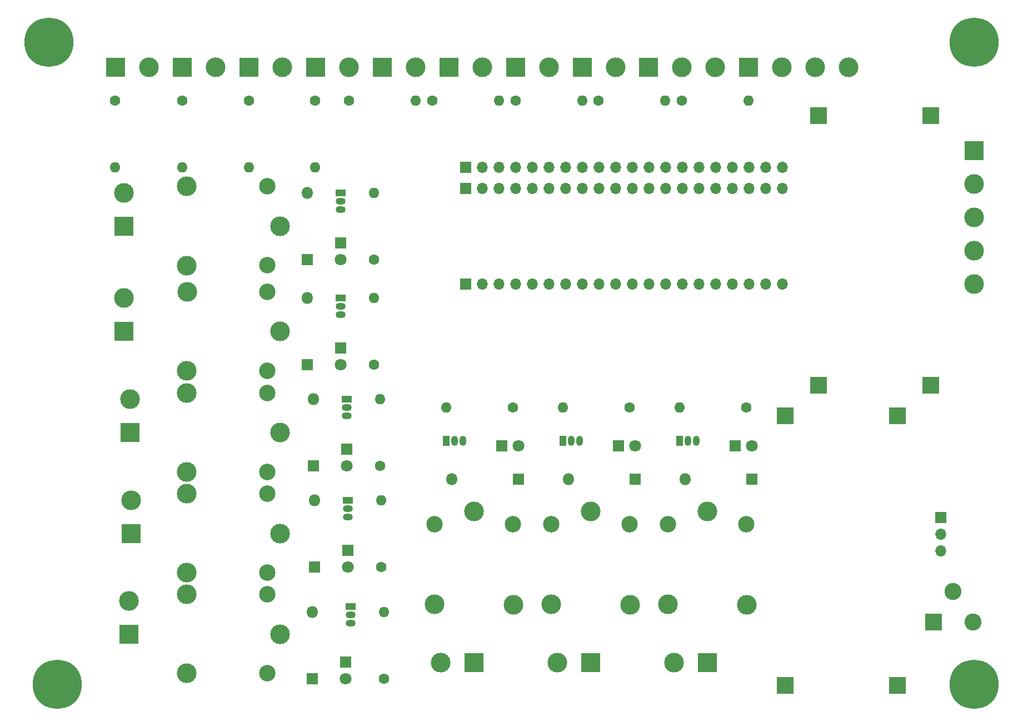
<source format=gbr>
%TF.GenerationSoftware,KiCad,Pcbnew,(6.0.5)*%
%TF.CreationDate,2024-03-19T18:28:54+03:00*%
%TF.ProjectId,gas_detection,6761735f-6465-4746-9563-74696f6e2e6b,rev?*%
%TF.SameCoordinates,Original*%
%TF.FileFunction,Soldermask,Top*%
%TF.FilePolarity,Negative*%
%FSLAX46Y46*%
G04 Gerber Fmt 4.6, Leading zero omitted, Abs format (unit mm)*
G04 Created by KiCad (PCBNEW (6.0.5)) date 2024-03-19 18:28:54*
%MOMM*%
%LPD*%
G01*
G04 APERTURE LIST*
%ADD10R,1.050000X1.500000*%
%ADD11O,1.050000X1.500000*%
%ADD12C,1.600000*%
%ADD13O,1.600000X1.600000*%
%ADD14C,3.000000*%
%ADD15C,2.500000*%
%ADD16R,3.000000X3.000000*%
%ADD17R,2.600000X2.600000*%
%ADD18C,2.600000*%
%ADD19C,7.500000*%
%ADD20R,1.800000X1.800000*%
%ADD21C,1.800000*%
%ADD22R,1.700000X1.700000*%
%ADD23O,1.700000X1.700000*%
%ADD24R,1.500000X1.050000*%
%ADD25O,1.500000X1.050000*%
%ADD26O,1.800000X1.800000*%
%ADD27R,2.500000X2.500000*%
G04 APERTURE END LIST*
D10*
%TO.C,Q7*%
X160880000Y-110240000D03*
D11*
X162150000Y-110240000D03*
X163420000Y-110240000D03*
%TD*%
D12*
%TO.C,R13*%
X102870000Y-58420000D03*
D13*
X102870000Y-68580000D03*
%TD*%
D14*
%TO.C,K7*%
X165100000Y-121040000D03*
D15*
X159050000Y-122990000D03*
D14*
X159050000Y-135190000D03*
X171100000Y-135240000D03*
D15*
X171050000Y-122990000D03*
%TD*%
D14*
%TO.C,K6*%
X147320000Y-121040000D03*
D15*
X141270000Y-122990000D03*
D14*
X141270000Y-135190000D03*
X153320000Y-135240000D03*
D15*
X153270000Y-122990000D03*
%TD*%
D16*
%TO.C,J17*%
X143510000Y-53340000D03*
D14*
X148590000Y-53340000D03*
%TD*%
D17*
%TO.C,J1*%
X217320000Y-137910000D03*
D18*
X223320000Y-137910000D03*
X220320000Y-133210000D03*
%TD*%
D16*
%TO.C,J12*%
X94740000Y-139700000D03*
D14*
X94740000Y-134620000D03*
%TD*%
D19*
%TO.C,H4*%
X82550000Y-49530000D03*
%TD*%
D20*
%TO.C,D14*%
X151560000Y-111000000D03*
D21*
X154100000Y-111000000D03*
%TD*%
D16*
%TO.C,J11*%
X95030000Y-124370000D03*
D14*
X95030000Y-119290000D03*
%TD*%
D12*
%TO.C,R2*%
X132080000Y-82660000D03*
D13*
X132080000Y-72500000D03*
%TD*%
D19*
%TO.C,H2*%
X83820000Y-147320000D03*
%TD*%
D22*
%TO.C,J2*%
X146055000Y-86360000D03*
D23*
X148595000Y-86360000D03*
X151135000Y-86360000D03*
X153675000Y-86360000D03*
X156215000Y-86360000D03*
X158755000Y-86360000D03*
X161295000Y-86360000D03*
X163835000Y-86360000D03*
X166375000Y-86360000D03*
X168915000Y-86360000D03*
X171455000Y-86360000D03*
X173995000Y-86360000D03*
X176535000Y-86360000D03*
X179075000Y-86360000D03*
X181615000Y-86360000D03*
X184155000Y-86360000D03*
X186695000Y-86360000D03*
X189235000Y-86360000D03*
X191775000Y-86360000D03*
X194315000Y-86360000D03*
%TD*%
D19*
%TO.C,H3*%
X223520000Y-49530000D03*
%TD*%
D12*
%TO.C,R1*%
X178990000Y-58420000D03*
D13*
X189150000Y-58420000D03*
%TD*%
D24*
%TO.C,Q3*%
X127880000Y-103940000D03*
D25*
X127880000Y-105210000D03*
X127880000Y-106480000D03*
%TD*%
D16*
%TO.C,J20*%
X153670000Y-53340000D03*
D14*
X158750000Y-53340000D03*
%TD*%
D16*
%TO.C,J9*%
X94000000Y-93610000D03*
D14*
X94000000Y-88530000D03*
%TD*%
D20*
%TO.C,D5*%
X127000000Y-80120000D03*
D21*
X127000000Y-82660000D03*
%TD*%
D14*
%TO.C,K2*%
X117740000Y-93610000D03*
D15*
X115790000Y-87560000D03*
D14*
X103590000Y-87560000D03*
X103540000Y-99610000D03*
D15*
X115790000Y-99560000D03*
%TD*%
D24*
%TO.C,Q4*%
X128050000Y-119290000D03*
D25*
X128050000Y-120560000D03*
X128050000Y-121830000D03*
%TD*%
D12*
%TO.C,R3*%
X132100000Y-98690000D03*
D13*
X132100000Y-88530000D03*
%TD*%
D20*
%TO.C,D16*%
X187120000Y-111000000D03*
D21*
X189660000Y-111000000D03*
%TD*%
D12*
%TO.C,R17*%
X92630000Y-58420000D03*
D13*
X92630000Y-68580000D03*
%TD*%
D12*
%TO.C,R12*%
X123110000Y-58420000D03*
D13*
X123110000Y-68580000D03*
%TD*%
D12*
%TO.C,R16*%
X113030000Y-58420000D03*
D13*
X113030000Y-68580000D03*
%TD*%
D20*
%TO.C,D8*%
X128050000Y-126910000D03*
D21*
X128050000Y-129450000D03*
%TD*%
D20*
%TO.C,D7*%
X127880000Y-111560000D03*
D21*
X127880000Y-114100000D03*
%TD*%
D12*
%TO.C,R11*%
X140970000Y-58420000D03*
D13*
X151130000Y-58420000D03*
%TD*%
D16*
%TO.C,J15*%
X182880000Y-144020000D03*
D14*
X177800000Y-144020000D03*
%TD*%
%TO.C,K4*%
X117720000Y-124370000D03*
D15*
X115770000Y-118320000D03*
D14*
X103570000Y-118320000D03*
X103520000Y-130370000D03*
D15*
X115770000Y-130320000D03*
%TD*%
D12*
%TO.C,R4*%
X132960000Y-114100000D03*
D13*
X132960000Y-103940000D03*
%TD*%
D16*
%TO.C,J23*%
X92710000Y-53340000D03*
D14*
X97790000Y-53340000D03*
%TD*%
D16*
%TO.C,J10*%
X94860000Y-109020000D03*
D14*
X94860000Y-103940000D03*
%TD*%
D12*
%TO.C,R5*%
X133130000Y-129450000D03*
D13*
X133130000Y-119290000D03*
%TD*%
D22*
%TO.C,SW1*%
X218440000Y-121920000D03*
D23*
X218440000Y-124460000D03*
X218440000Y-127000000D03*
%TD*%
D16*
%TO.C,J18*%
X123190000Y-53340000D03*
D14*
X128270000Y-53340000D03*
%TD*%
D20*
%TO.C,D1*%
X121920000Y-82660000D03*
D26*
X121920000Y-72500000D03*
%TD*%
D16*
%TO.C,J19*%
X102870000Y-53340000D03*
D14*
X107950000Y-53340000D03*
%TD*%
D10*
%TO.C,Q6*%
X143100000Y-110240000D03*
D11*
X144370000Y-110240000D03*
X145640000Y-110240000D03*
%TD*%
D12*
%TO.C,R9*%
X188820000Y-105160000D03*
D13*
X178660000Y-105160000D03*
%TD*%
D27*
%TO.C,U1*%
X199805000Y-101810000D03*
X216865000Y-101810000D03*
X199805000Y-60750000D03*
X216865000Y-60750000D03*
%TD*%
D22*
%TO.C,J4*%
X146060000Y-71860000D03*
D23*
X148600000Y-71860000D03*
X151140000Y-71860000D03*
X153680000Y-71860000D03*
X156220000Y-71860000D03*
X158760000Y-71860000D03*
X161300000Y-71860000D03*
X163840000Y-71860000D03*
X166380000Y-71860000D03*
X168920000Y-71860000D03*
X171460000Y-71860000D03*
X174000000Y-71860000D03*
X176540000Y-71860000D03*
X179080000Y-71860000D03*
X181620000Y-71860000D03*
X184160000Y-71860000D03*
X186700000Y-71860000D03*
X189240000Y-71860000D03*
X191780000Y-71860000D03*
X194320000Y-71860000D03*
%TD*%
D12*
%TO.C,R14*%
X153670000Y-58420000D03*
D13*
X163830000Y-58420000D03*
%TD*%
D16*
%TO.C,J5*%
X223520000Y-66040000D03*
D14*
X223520000Y-71120000D03*
X223520000Y-76200000D03*
X223520000Y-81280000D03*
X223520000Y-86360000D03*
%TD*%
D16*
%TO.C,J13*%
X147320000Y-144020000D03*
D14*
X142240000Y-144020000D03*
%TD*%
D20*
%TO.C,D4*%
X122970000Y-129450000D03*
D26*
X122970000Y-119290000D03*
%TD*%
D12*
%TO.C,R15*%
X128270000Y-58420000D03*
D13*
X138430000Y-58420000D03*
%TD*%
D12*
%TO.C,R7*%
X153260000Y-105160000D03*
D13*
X143100000Y-105160000D03*
%TD*%
D16*
%TO.C,J22*%
X113030000Y-53340000D03*
D14*
X118110000Y-53340000D03*
%TD*%
%TO.C,K1*%
X117720000Y-77580000D03*
D15*
X115770000Y-71530000D03*
D14*
X103570000Y-71530000D03*
X103520000Y-83580000D03*
D15*
X115770000Y-83530000D03*
%TD*%
D24*
%TO.C,Q1*%
X127000000Y-72500000D03*
D25*
X127000000Y-73770000D03*
X127000000Y-75040000D03*
%TD*%
D16*
%TO.C,J16*%
X163830000Y-53340000D03*
D14*
X168910000Y-53340000D03*
%TD*%
D16*
%TO.C,J14*%
X165100000Y-144020000D03*
D14*
X160020000Y-144020000D03*
%TD*%
D16*
%TO.C,J8*%
X93980000Y-77580000D03*
D14*
X93980000Y-72500000D03*
%TD*%
D16*
%TO.C,J6*%
X173910000Y-53340000D03*
D14*
X178990000Y-53340000D03*
X184070000Y-53340000D03*
%TD*%
D20*
%TO.C,D15*%
X169340000Y-111000000D03*
D21*
X171880000Y-111000000D03*
%TD*%
D12*
%TO.C,R6*%
X133600000Y-146480000D03*
D13*
X133600000Y-136320000D03*
%TD*%
D20*
%TO.C,D13*%
X127760000Y-143940000D03*
D21*
X127760000Y-146480000D03*
%TD*%
D14*
%TO.C,K8*%
X182880000Y-121040000D03*
D15*
X176830000Y-122990000D03*
D14*
X176830000Y-135190000D03*
X188880000Y-135240000D03*
D15*
X188830000Y-122990000D03*
%TD*%
D27*
%TO.C,U2*%
X194725000Y-147530000D03*
X211785000Y-147530000D03*
X194725000Y-106470000D03*
X211785000Y-106470000D03*
%TD*%
D20*
%TO.C,D3*%
X122800000Y-114100000D03*
D26*
X122800000Y-103940000D03*
%TD*%
D14*
%TO.C,K5*%
X117720000Y-139700000D03*
D15*
X115770000Y-133650000D03*
D14*
X103570000Y-133650000D03*
X103520000Y-145700000D03*
D15*
X115770000Y-145650000D03*
%TD*%
D16*
%TO.C,J7*%
X189150000Y-53340000D03*
D14*
X194230000Y-53340000D03*
X199310000Y-53340000D03*
X204390000Y-53340000D03*
%TD*%
D16*
%TO.C,J21*%
X133350000Y-53340000D03*
D14*
X138430000Y-53340000D03*
%TD*%
D20*
%TO.C,D6*%
X127020000Y-96150000D03*
D21*
X127020000Y-98690000D03*
%TD*%
D12*
%TO.C,R8*%
X171040000Y-105160000D03*
D13*
X160880000Y-105160000D03*
%TD*%
D22*
%TO.C,J3*%
X146060000Y-68580000D03*
D23*
X148600000Y-68580000D03*
X151140000Y-68580000D03*
X153680000Y-68580000D03*
X156220000Y-68580000D03*
X158760000Y-68580000D03*
X161300000Y-68580000D03*
X163840000Y-68580000D03*
X166380000Y-68580000D03*
X168920000Y-68580000D03*
X171460000Y-68580000D03*
X174000000Y-68580000D03*
X176540000Y-68580000D03*
X179080000Y-68580000D03*
X181620000Y-68580000D03*
X184160000Y-68580000D03*
X186700000Y-68580000D03*
X189240000Y-68580000D03*
X191780000Y-68580000D03*
X194320000Y-68580000D03*
%TD*%
D19*
%TO.C,H1*%
X223520000Y-147320000D03*
%TD*%
D20*
%TO.C,D12*%
X189660000Y-116080000D03*
D26*
X179500000Y-116080000D03*
%TD*%
D20*
%TO.C,D11*%
X171880000Y-116080000D03*
D26*
X161720000Y-116080000D03*
%TD*%
D10*
%TO.C,Q8*%
X178660000Y-110240000D03*
D11*
X179930000Y-110240000D03*
X181200000Y-110240000D03*
%TD*%
D20*
%TO.C,D10*%
X154100000Y-116080000D03*
D26*
X143940000Y-116080000D03*
%TD*%
D24*
%TO.C,Q5*%
X128520000Y-135480000D03*
D25*
X128520000Y-136750000D03*
X128520000Y-138020000D03*
%TD*%
D14*
%TO.C,K3*%
X117720000Y-109020000D03*
D15*
X115770000Y-102970000D03*
D14*
X103570000Y-102970000D03*
X103520000Y-115020000D03*
D15*
X115770000Y-114970000D03*
%TD*%
D12*
%TO.C,R10*%
X166290000Y-58420000D03*
D13*
X176450000Y-58420000D03*
%TD*%
D20*
%TO.C,D9*%
X122680000Y-146480000D03*
D26*
X122680000Y-136320000D03*
%TD*%
D20*
%TO.C,D2*%
X121940000Y-98690000D03*
D26*
X121940000Y-88530000D03*
%TD*%
D24*
%TO.C,Q2*%
X127020000Y-88530000D03*
D25*
X127020000Y-89800000D03*
X127020000Y-91070000D03*
%TD*%
M02*

</source>
